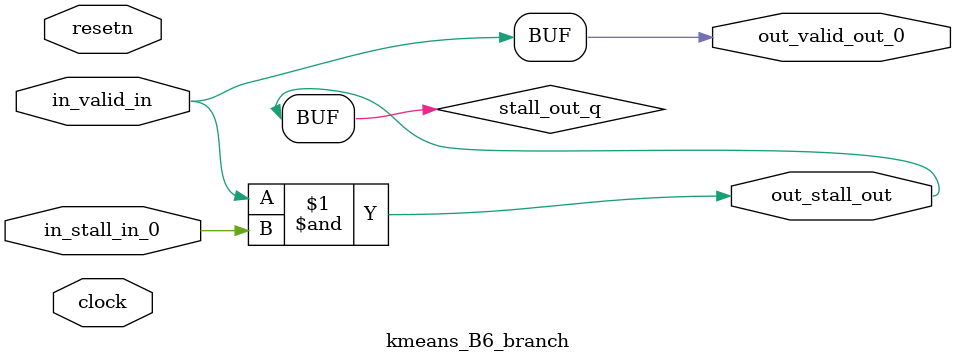
<source format=sv>



(* altera_attribute = "-name AUTO_SHIFT_REGISTER_RECOGNITION OFF; -name MESSAGE_DISABLE 10036; -name MESSAGE_DISABLE 10037; -name MESSAGE_DISABLE 14130; -name MESSAGE_DISABLE 14320; -name MESSAGE_DISABLE 15400; -name MESSAGE_DISABLE 14130; -name MESSAGE_DISABLE 10036; -name MESSAGE_DISABLE 12020; -name MESSAGE_DISABLE 12030; -name MESSAGE_DISABLE 12010; -name MESSAGE_DISABLE 12110; -name MESSAGE_DISABLE 14320; -name MESSAGE_DISABLE 13410; -name MESSAGE_DISABLE 113007; -name MESSAGE_DISABLE 10958" *)
module kmeans_B6_branch (
    input wire [0:0] in_stall_in_0,
    input wire [0:0] in_valid_in,
    output wire [0:0] out_stall_out,
    output wire [0:0] out_valid_out_0,
    input wire clock,
    input wire resetn
    );

    wire [0:0] stall_out_q;


    // stall_out(LOGICAL,6)
    assign stall_out_q = in_valid_in & in_stall_in_0;

    // out_stall_out(GPOUT,4)
    assign out_stall_out = stall_out_q;

    // out_valid_out_0(GPOUT,5)
    assign out_valid_out_0 = in_valid_in;

endmodule

</source>
